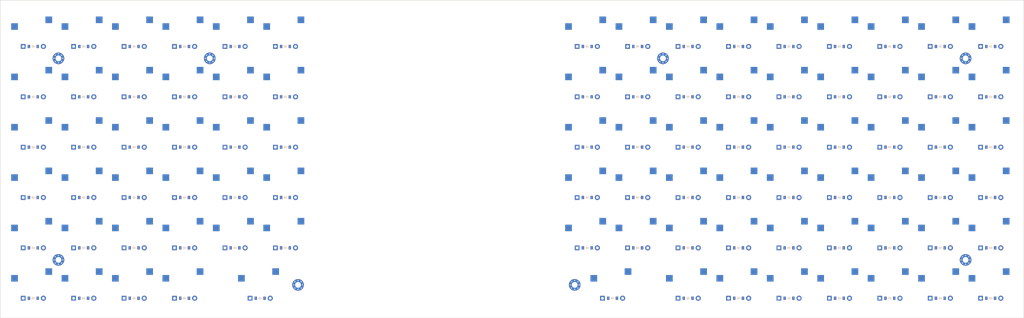
<source format=kicad_pcb>
(kicad_pcb (version 20240108) (generator "pcbnew") (generator_version "8.0")
  (title_block (title "keyboard") (rev "v1.0.0") (company "Unknown"))
  (layers (0 "F.Cu" signal) (31 "B.Cu" signal) (34 "B.Paste" user) (35 "F.Paste" user) (36 "B.SilkS" user "B.Silkscreen") (37 "F.SilkS" user "F.Silkscreen") (38 "B.Mask" user) (39 "F.Mask" user) (44 "Edge.Cuts" user))
  (net 0 "")
  (net 1 "pinky1_space")
  (net 2 "pinky1_bottom")
  (net 3 "pinky1_home")
  (net 4 "pinky1_top")
  (net 5 "pinky1_num")
  (net 6 "pinky1_func")
  (net 7 "ring1_space")
  (net 8 "ring1_bottom")
  (net 9 "ring1_home")
  (net 10 "ring1_top")
  (net 11 "ring1_num")
  (net 12 "ring1_func")
  (net 13 "middle1_space")
  (net 14 "middle1_bottom")
  (net 15 "middle1_home")
  (net 16 "middle1_top")
  (net 17 "middle1_num")
  (net 18 "middle1_func")
  (net 19 "index1_space")
  (net 20 "index1_bottom")
  (net 21 "index1_home")
  (net 22 "index1_top")
  (net 23 "index1_num")
  (net 24 "index1_func")
  (net 25 "inner1_bottom")
  (net 26 "inner1_home")
  (net 27 "inner1_top")
  (net 28 "inner1_num")
  (net 29 "inner1_func")
  (net 30 "thumb1_bottom")
  (net 31 "thumb1_home")
  (net 32 "thumb1_top")
  (net 33 "thumb1_num")
  (net 34 "thumb1_func")
  (net 35 "thumb2_bottom")
  (net 36 "thumb2_home")
  (net 37 "thumb2_top")
  (net 38 "thumb2_num")
  (net 39 "thumb2_func")
  (net 40 "inner2_bottom")
  (net 41 "inner2_home")
  (net 42 "inner2_top")
  (net 43 "inner2_num")
  (net 44 "inner2_func")
  (net 45 "index2_space")
  (net 46 "index2_bottom")
  (net 47 "index2_home")
  (net 48 "index2_top")
  (net 49 "index2_num")
  (net 50 "index2_func")
  (net 51 "middle2_space")
  (net 52 "middle2_bottom")
  (net 53 "middle2_home")
  (net 54 "middle2_top")
  (net 55 "middle2_num")
  (net 56 "middle2_func")
  (net 57 "ring2_space")
  (net 58 "ring2_bottom")
  (net 59 "ring2_home")
  (net 60 "ring2_top")
  (net 61 "ring2_num")
  (net 62 "ring2_func")
  (net 63 "pinky2_space")
  (net 64 "pinky2_bottom")
  (net 65 "pinky2_home")
  (net 66 "pinky2_top")
  (net 67 "pinky2_num")
  (net 68 "pinky2_func")
  (net 69 "col1_space")
  (net 70 "col1_bottom")
  (net 71 "col1_home")
  (net 72 "col1_top")
  (net 73 "col1_num")
  (net 74 "col1_func")
  (net 75 "col2_space")
  (net 76 "col2_bottom")
  (net 77 "col2_home")
  (net 78 "col2_top")
  (net 79 "col2_num")
  (net 80 "col2_func")
  (net 81 "col3_space")
  (net 82 "col3_bottom")
  (net 83 "col3_home")
  (net 84 "col3_top")
  (net 85 "col3_num")
  (net 86 "col3_func")
  (net 87 "space_default")
  (footprint "ComboDiode" (layer "F.Cu") (at 366.4 9.75)
    (property "Reference" "D56" (hide yes))
    (property "Value" "" (hide yes))
  )
  (footprint "MX" (layer "F.Cu") (at 442.6 61.9)
    (property "Reference" "S77" (hide yes))
    (property "Value" "" (hide yes))
  )
  (footprint "ComboDiode" (layer "F.Cu") (at 404.5 28.8)
    (property "Reference" "D67" (hide yes))
    (property "Value" "" (hide yes))
  )
  (footprint "ComboDiode" (layer "F.Cu") (at 385.45 85.95)
    (property "Reference" "D58" (hide yes))
    (property "Value" "" (hide yes))
  )
  (footprint "ComboDiode" (layer "F.Cu") (at 185.7 105)
    (property "Reference" "D87" (hide yes))
    (property "Value" "" (hide yes))
  )
  (footprint "ComboDiode" (layer "F.Cu") (at 442.6 85.95)
    (property "Reference" "D76" (hide yes))
    (property "Value" "" (hide yes))
  )
  (footprint "MX" (layer "F.Cu") (at 100 61.9)
    (property "Reference" "S3" (hide yes))
    (property "Value" "" (hide yes))
  )
  (footprint "MX" (layer "F.Cu") (at 366.4 100)
    (property "Reference" "S51" (hide yes))
    (property "Value" "" (hide yes))
  )
  (footprint "MX" (layer "F.Cu") (at 404.5 61.9)
    (property "Reference" "S65" (hide yes))
    (property "Value" "" (hide yes))
  )
  (footprint "MX" (layer "F.Cu") (at 423.55 42.85)
    (property "Reference" "S72" (hide yes))
    (property "Value" "" (hide yes))
  )
  (footprint "MX" (layer "F.Cu") (at 100 100)
    (property "Reference" "S1" (hide yes))
    (property "Value" "" (hide yes))
  )
  (footprint "MX" (layer "F.Cu") (at 309.25 80.95)
    (property "Reference" "S35" (hide yes))
    (property "Value" "" (hide yes))
  )
  (footprint "MX" (layer "F.Cu") (at 366.4 23.8)
    (property "Reference" "S55" (hide yes))
    (property "Value" "" (hide yes))
  )
  (footprint "MX" (layer "F.Cu") (at 176.2 61.9)
    (property "Reference" "S26" (hide yes))
    (property "Value" "" (hide yes))
  )
  (footprint "MX" (layer "F.Cu") (at 318.8 100)
    (property "Reference" "S88" (hide yes))
    (property "Value" "" (hide yes))
  )
  (footprint "ComboDiode" (layer "F.Cu") (at 195.25 85.95)
    (property "Reference" "D30" (hide yes))
    (property "Value" "" (hide yes))
  )
  (footprint "MX" (layer "F.Cu") (at 461.65 23.8)
    (property "Reference" "S85" (hide yes))
    (property "Value" "" (hide yes))
  )
  (footprint "MX" (layer "F.Cu") (at 328.3 4.75)
    (property "Reference" "S44" (hide yes))
    (property "Value" "" (hide yes))
  )
  (footprint "ComboDiode" (layer "F.Cu") (at 138.1 105)
    (property "Reference" "D13" (hide yes))
    (property "Value" "" (hide yes))
  )
  (footprint "ComboDiode" (layer "F.Cu") (at 176.2 28.8)
    (property "Reference" "D28" (hide yes))
    (property "Value" "" (hide yes))
  )
  (footprint "ComboDiode" (layer "F.Cu") (at 119.05 9.75)
    (property "Reference" "D12" (hide yes))
    (property "Value" "" (hide yes))
  )
  (footprint "MX" (layer "F.Cu") (at 385.45 100)
    (property "Reference" "S57" (hide yes))
    (property "Value" "" (hide yes))
  )
  (footprint "ComboDiode" (layer "F.Cu") (at 442.6 105)
    (property "Reference" "D75" (hide yes))
    (property "Value" "" (hide yes))
  )
  (footprint "MX" (layer "F.Cu") (at 195.25 4.75)
    (property "Reference" "S34" (hide yes))
    (property "Value" "" (hide yes))
  )
  (footprint "MX" (layer "F.Cu") (at 119.05 4.75)
    (property "Reference" "S12" (hide yes))
    (property "Value" "" (hide yes))
  )
  (footprint "ComboDiode" (layer "F.Cu") (at 404.5 105)
    (property "Reference" "D63" (hide yes))
    (property "Value" "" (hide yes))
  )
  (footprint "ComboDiode" (layer "F.Cu") (at 366.4 66.9)
    (property "Reference" "D53" (hide yes))
    (property "Value" "" (hide yes))
  )
  (footprint "ComboDiode" (layer "F.Cu") (at 157.15 66.9)
    (property "Reference" "D21" (hide yes))
    (property "Value" "" (hide yes))
  )
  (footprint "MX" (layer "F.Cu") (at 176.2 42.85)
    (property "Reference" "S27" (hide yes))
    (property "Value" "" (hide yes))
  )
  (footprint "MX" (layer "F.Cu") (at 176.2 4.75)
    (property "Reference" "S29" (hide yes))
    (property "Value" "" (hide yes))
  )
  (footprint "MX" (layer "F.Cu") (at 138.1 4.75)
    (property "Reference" "S18" (hide yes))
    (property "Value" "" (hide yes))
  )
  (footprint "MX" (layer "F.Cu") (at 119.05 100)
    (property "Reference" "S7" (hide yes))
    (property "Value" "" (hide yes))
  )
  (footprint "ComboDiode" (layer "F.Cu") (at 138.1 28.8)
    (property "Reference" "D17" (hide yes))
    (property "Value" "" (hide yes))
  )
  (footprint "MX" (layer "F.Cu") (at 404.5 80.95)
    (property "Reference" "S64" (hide yes))
    (property "Value" "" (hide yes))
  )
  (footprint "ComboDiode" (layer "F.Cu") (at 442.6 66.9)
    (property "Reference" "D77" (hide yes))
    (property "Value" "" (hide yes))
  )
  (footprint "MX" (layer "F.Cu") (at 185.7 100)
    (property "Reference" "S87" (hide yes))
    (property "Value" "" (hide yes))
  )
  (footprint "MX" (layer "F.Cu") (at 442.6 42.85)
    (property "Reference" "S78" (hide yes))
    (property "Value" "" (hide yes))
  )
  (footprint "ComboDiode" (layer "F.Cu") (at 347.35 47.85)
    (property "Reference" "D48" (hide yes))
    (property "Value" "" (hide yes))
  )
  (footprint "ComboDiode" (layer "F.Cu") (at 309.25 47.85)
    (property "Reference" "D37" (hide yes))
    (property "Value" "" (hide yes))
  )
  (footprint "ComboDiode" (layer "F.Cu") (at 119.05 105)
    (property "Reference" "D7" (hide yes))
    (property "Value" "" (hide yes))
  )
  (footprint "MX" (layer "F.Cu") (at 423.55 4.75)
    (property "Reference" "S74" (hide yes))
    (property "Value" "" (hide yes))
  )
  (footprint "ComboDiode" (layer "F.Cu") (at 157.15 47.85)
    (property "Reference" "D22" (hide yes))
    (property "Value" "" (hide yes))
  )
  (footprint "ComboDiode" (layer "F.Cu") (at 100 105)
    (property "Reference" "D1" (hide yes))
    (property "Value" "" (hide yes))
  )
  (footprint "MX" (layer "F.Cu") (at 366.4 42.85)
    (property "Reference" "S54" (hide yes))
    (property "Value" "" (hide yes))
  )
  (footprint "MX" (layer "F.Cu") (at 119.05 61.9)
    (property "Reference" "S9" (hide yes))
    (property "Value" "" (hide yes))
  )
  (footprint "ComboDiode" (layer "F.Cu") (at 100 47.85)
    (property "Reference" "D4" (hide yes))
    (property "Value" "" (hide yes))
  )
  (footprint "MX" (layer "F.Cu") (at 366.4 80.95)
    (property "Reference" "S52" (hide yes))
    (property "Value" "" (hide yes))
  )
  (footprint "MX" (layer "F.Cu") (at 157.15 80.95)
    (property "Reference" "S20" (hide yes))
    (property "Value" "" (hide yes))
  )
  (footprint "ComboDiode" (layer "F.Cu") (at 328.3 47.85)
    (property "Reference" "D42" (hide yes))
    (property "Value" "" (hide yes))
  )
  (footprint "MX" (layer "F.Cu") (at 100 23.8)
    (property "Reference" "S5" (hide yes))
    (property "Value" "" (hide yes))
  )
  (footprint "ComboDiode" (layer "F.Cu") (at 423.55 85.95)
    (property "Reference" "D70" (hide yes))
    (property "Value" "" (hide yes))
  )
  (footprint "ComboDiode" (layer "F.Cu") (at 100 28.8)
    (property "Reference" "D5" (hide yes))
    (property "Value" "" (hide yes))
  )
  (footprint "ComboDiode" (layer "F.Cu") (at 385.45 28.8)
    (property "Reference" "D61" (hide yes))
    (property "Value" "" (hide yes))
  )
  (footprint "ComboDiode" (layer "F.Cu") (at 442.6 9.75)
    (property "Reference" "D80" (hide yes))
    (property "Value" "" (hide yes))
  )
  (footprint "ComboDiode" (layer "F.Cu") (at 404.5 66.9)
    (property "Reference" "D65" (hide yes))
    (property "Value" "" (hide yes))
  )
  (footprint "MountingHole_2.2mm_M2_Pad_Via" (layer "F.Cu") (at 109.5 14.25)
    (property "Reference" "_1" (hide yes))
    (property "Value" "")
  )
  (footprint "MX" (layer "F.Cu") (at 138.1 61.9)
    (property "Reference" "S15" (hide yes))
    (property "Value" "" (hide yes))
  )
  (footprint "MountingHole_2.2mm_M2_Pad_Via" (layer "F.Cu") (at 304.5 99.95)
    (property "Reference" "_8" (hide yes))
    (property "Value" "")
  )
  (footprint "MX" (layer "F.Cu") (at 328.3 80.95)
    (property "Reference" "S40" (hide yes))
    (property "Value" "" (hide yes))
  )
  (footprint "MX" (layer "F.Cu") (at 138.1 23.8)
    (property "Reference" "S17" (hide yes))
    (property "Value" "" (hide yes))
  )
  (footprint "MX" (layer "F.Cu") (at 423.55 80.95)
    (property "Reference" "S70" (hide yes))
    (property "Value" "" (hide yes))
  )
  (footprint "ComboDiode" (layer "F.Cu") (at 176.2 9.75)
    (property "Reference" "D29" (hide yes))
    (property "Value" "" (hide yes))
  )
  (footprint "MX" (layer "F.Cu") (at 328.3 61.9)
    (property "Reference" "S41" (hide yes))
    (property "Value" "" (hide yes))
  )
  (footprint "MX" (layer "F.Cu") (at 366.4 61.9)
    (property "Reference" "S53" (hide yes))
    (property "Value" "" (hide yes))
  )
  (footprint "ComboDiode" (layer "F.Cu") (at 119.05 85.95)
    (property "Reference" "D8" (hide yes))
    (property "Value" "" (hide yes))
  )
  (footprint "MX" (layer "F.Cu") (at 157.15 42.85)
    (property "Reference" "S22" (hide yes))
    (property "Value" "" (hide yes))
  )
  (footprint "ComboDiode" (layer "F.Cu") (at 119.05 47.85)
    (property "Reference" "D10" (hide yes))
    (property "Value" "" (hide yes))
  )
  (footprint "ComboDiode" (layer "F.Cu") (at 404.5 47.85)
    (property "Reference" "D66" (hide yes))
    (property "Value" "" (hide yes))
  )
  (footprint "ComboDiode" (layer "F.Cu") (at 347.35 28.8)
    (property "Reference" "D49" (hide yes))
    (property "Value" "" (hide yes))
  )
  (footprint "ComboDiode" (layer "F.Cu") (at 423.55 66.9)
    (property "Reference" "D71" (hide yes))
    (property "Value" "" (hide yes))
  )
  (footprint "MX" (layer "F.Cu") (at 442.6 100)
    (property "Reference" "S75" (hide yes))
    (property "Value" "" (hide yes))
  )
  (footprint "MX" (layer "F.Cu") (at 461.65 100)
    (property "Reference" "S81" (hide yes))
    (property "Value" "" (hide yes))
  )
  (footprint "MX" (layer "F.Cu") (at 309.25 23.8)
    (property "Reference" "S38" (hide yes))
    (property "Value" "" (hide yes))
  )
  (footprint "MX" (layer "F.Cu") (at 347.35 23.8)
    (property "Reference" "S49" (hide yes))
    (property "Value" "" (hide yes))
  )
  (footprint "MX" (layer "F.Cu") (at 347.35 80.95)
    (property "Reference" "S46" (hide yes))
    (property "Value" "" (hide yes))
  )
  (footprint "MountingHole_2.2mm_M2_Pad_Via" (layer "F.Cu") (at 452.15 90.5)
    (property "Reference" "_4" (hide yes))
    (property "Value" "")
  )
  (footprint "ComboDiode" (layer "F.Cu") (at 461.65 47.85)
    (property "Reference" "D84" (hide yes))
    (property "Value" "" (hide yes))
  )
  (footprint "ComboDiode" (layer "F.Cu") (at 385.45 105)
    (property "Reference" "D57" (hide yes))
    (property "Value" "" (hide yes))
  )
  (footprint "ComboDiode" (layer "F.Cu") (at 423.55 47.85)
    (property "Reference" "D72" (hide yes))
    (property "Value" "" (hide yes))
  )
  (footprint "ComboDiode" (layer "F.Cu") (at 100 9.75)
    (property "Reference" "D6" (hide yes))
    (property "Value" "" (hide yes))
  )
  (footprint "MX" (layer "F.Cu") (at 385.45 61.9)
    (property "Reference" "S59" (hide yes))
    (property "Value" "" (hide yes))
  )
  (footprint "MX" (layer "F.Cu") (at 347.35 42.85)
    (property "Reference" "S48" (hide yes))
    (property "Value" "" (hide yes))
  )
  (footprint "MX" (layer "F.Cu") (at 404.5 23.8)
    (property "Reference" "S67" (hide yes))
    (property "Value" "" (hide yes))
  )
  (footprint "ComboDiode" (layer "F.Cu") (at 366.4 28.8)
    (property "Reference" "D55" (hide yes))
    (property "Value" "" (hide yes))
  )
  (footprint "MX" (layer "F.Cu") (at 195.25 80.95)
    (property "Reference" "S30" (hide yes))
    (property "Value" "" (hide yes))
  )
  (footprint "MX" (layer "F.Cu") (at 461.65 42.85)
    (property "Reference" "S84" (hide yes))
    (property "Value" "" (hide yes))
  )
  (footprint "ComboDiode" (layer "F.Cu") (at 328.3 66.9)
    (property "Reference" "D41" (hide yes))
    (property "Value" "" (hide yes))
  )
  (footprint "MX" (layer "F.Cu") (at 442.6 80.95)
    (property "Reference" "S76" (hide yes))
    (property "Value" "" (hide yes))
  )
  (footprint "ComboDiode" (layer "F.Cu") (at 138.1 66.9)
    (property "Reference" "D15" (hide yes))
    (property "Value" "" (hide yes))
  )
  (footprint "ComboDiode" (layer "F.Cu") (at 119.05 66.9)
    (property "Reference" "D9" (hide yes))
    (property "Value" "" (hide yes))
  )
  (footprint "ComboDiode" (layer "F.Cu") (at 138.1 85.95)
    (property "Reference" "D14" (hide yes))
    (property "Value" "" (hide yes))
  )
  (footprint "MX" (layer "F.Cu") (at 423.55 100)
    (property "Reference" "S69" (hide yes))
    (property "Value" "" (hide yes))
  )
  (footprint "MX" (layer "F.Cu") (at 309.25 61.9)
    (property "Reference" "S36" (hide yes))
    (property "Value" "" (hide yes))
  )
  (footprint "ComboDiode" (layer "F.Cu") (at 195.25 28.8)
    (property "Reference" "D33" (hide yes))
    (property "Value" "" (hide yes))
  )
  (footprint "MX" (layer "F.Cu") (at 423.55 23.8)
    (property "Reference" "S73" (hide yes))
    (property "Value" "" (hide yes))
  )
  (footprint "MX" (layer "F.Cu") (at 309.25 4.75)
    (property "Reference" "S39" (hide yes))
    (property "Value" "" (hide yes))
  )
  (footprint "MX" (layer "F.Cu") (at 442.6 4.75)
    (property "Reference" "S80" (hide yes))
    (property "Value" "" (hide yes))
  )
  (footprint "ComboDiode" (layer "F.Cu") (at 404.5 9.75)
    (property "Reference" "D68" (hide yes))
    (property "Value" "" (hide yes))
  )
  (footprint "ComboDiode" (layer "F.Cu") (at 176.2 66.9)
    (property "Reference" "D26" (hide yes))
    (property "Value" "" (hide yes))
  )
  (footprint "MountingHole_2.2mm_M2_Pad_Via" (layer "F.Cu") (at 337.85 14.25)
    (property "Reference" "_6" (hide yes))
    (property "Value" "")
  )
  (footprint "MX" (layer "F.Cu") (at 423.55 61.9)
    (property "Reference" "S71" (hide yes))
    (property "Value" "" (hide yes))
  )
  (footprint "ComboDiode" (layer "F.Cu") (at 347.35 9.75)
    (property "Reference" "D50" (hide yes))
    (property "Value" "" (hide yes))
  )
  (footprint "MX" (layer "F.Cu") (at 195.25 61.9)
    (property "Reference" "S31" (hide yes))
    (property "Value" "" (hide yes))
  )
  (footprint "ComboDiode" (layer "F.Cu") (at 318.8 105)
    (property "Reference" "D88" (hide yes))
    (property "Value" "" (hide yes))
  )
  (footprint "ComboDiode" (layer "F.Cu") (at 347.35 66.9)
    (property "Reference" "D47" (hide yes))
    (property "Value" "" (hide yes))
  )
  (footprint "MX" (layer "F.Cu") (at 404.5 4.75)
    (property "Reference" "S68" (hide yes))
    (property "Value" "" (hide yes))
  )
  (footprint "MX" (layer "F.Cu") (at 157.15 100)
    (property "Reference" "S19" (hide yes))
    (property "Value" "" (hide yes))
  )
  (footprint "ComboDiode" (layer "F.Cu") (at 461.65 28.8)
    (property "Reference" "D85" (hide yes))
    (property "Value" "" (hide yes))
  )
  (footprint "MX" (layer "F.Cu") (at 100 4.75)
    (property "Reference" "S6" (hide yes))
    (property "Value" "" (hide yes))
  )
  (footprint "MX" (layer "F.Cu") (at 157.15 61.9)
    (property "Reference" "S21" (hide yes))
    (property "Value" "" (hide yes))
  )
  (footprint "MountingHole_2.2mm_M2_Pad_Via" (layer "F.Cu") (at 109.5 90.5)
    (property "Reference" "_3" (hide yes))
    (property "Value" "")
  )
  (footprint "MountingHole_2.2mm_M2_Pad_Via" (layer "F.Cu") (at 200 99.95)
    (property "Reference" "_7" (hide yes))
    (property "Value" "")
  )
  (footprint "ComboDiode" (layer "F.Cu") (at 138.1 47.85)
    (property "Reference" "D16" (hide yes))
    (property "Value" "" (hide yes))
  )
  (footprint "ComboDiode" (layer "F.Cu") (at 100 66.9)
    (property "Reference" "D3" (hide yes))
    (property "Value" "" (hide yes))
  )
  (footprint "ComboDiode" (layer "F.Cu") (at 309.25 66.9)
    (property "Reference" "D36" (hide yes))
    (property "Value" "" (hide yes))
  )
  (footprint "ComboDiode" (layer "F.Cu") (at 461.65 66.9)
    (property "Reference" "D83" (hide yes))
    (property "Value" "" (hide yes))
  )
  (footprint "ComboDiode" (layer "F.Cu") (at 138.1 9.75)
    (property "Reference" "D18" (hide yes))
    (property "Value" "" (hide yes))
  )
  (footprint "ComboDiode" (layer "F.Cu") (at 366.4 105)
    (property "Reference" "D51" (hide yes))
    (property "Value" "" (hide yes))
  )
  (footprint "ComboDiode" (layer "F.Cu") (at 157.15 28.8)
    (property "Reference" "D23" (hide yes))
    (property "Value" "" (hide yes))
  )
  (footprint "ComboDiode" (layer "F.Cu") (at 347.35 85.95)
    (property "Reference" "D46" (hide yes))
    (property "Value" "" (hide yes))
  )
  (footprint "MX" (layer "F.Cu") (at 385.45 80.95)
    (property "Reference" "S58" (hide yes))
    (property "Value" "" (hide yes))
  )
  (footprint "MX" (layer "F.Cu") (at 195.25 42.85)
    (property "Reference" "S32" (hide yes))
    (property "Value" "" (hide yes))
  )
  (footprint "ComboDiode" (layer "F.Cu") (at 442.6 47.85)
    (property "Reference" "D78" (hide yes))
    (property "Value" "" (hide yes))
  )
  (footprint "MX" (layer "F.Cu") (at 157.15 23.8)
    (property "Reference" "S23" (hide yes))
    (property "Value" "" (hide yes))
  )
  (footprint "MX" (layer "F.Cu") (at 157.15 4.75)
    (property "Reference" "S24" (hide yes))
    (property "Value" "" (hide yes))
  )
  (footprint "ComboDiode" (layer "F.Cu") (at 328.3 85.95)
    (property "Reference" "D40" (hide yes))
    (property "Value" "" (hide yes))
  )
  (footprint "ComboDiode" (layer "F.Cu") (at 157.15 105)
    (property "Reference" "D19" (hide yes))
    (property "Value" "" (hide yes))
  )
  (footprint "ComboDiode" (layer "F.Cu") (at 309.25 28.8)
    (property "Reference" "D38" (hide yes))
    (property "Value" "" (hide yes))
  )
  (footprint "MX" (layer "F.Cu") (at 461.65 4.75)
    (property "Reference" "S86" (hide yes))
    (property "Value" "" (hide yes))
  )
  (footprint "MX" (layer "F.Cu") (at 195.25 23.8)
    (property "Reference" "S33" (hide yes))
    (property "Value" "" (hide yes))
  )
  (footprint "ComboDiode" (layer "F.Cu") (at 195.25 47.85)
    (property "Reference" "D32" (hide yes))
    (property "Value" "" (hide yes))
  )
  (footprint "ComboDiode" (layer "F.Cu") (at 423.55 9.75)
    (property "Reference" "D74" (hide yes))
    (property "Value" "" (hide yes))
  )
  (footprint "ComboDiode" (layer "F.Cu") (at 385.45 47.85)
    (property "Reference" "D60" (hide yes))
    (property "Value" "" (hide yes))
  )
  (footprint "MX" (layer "F.Cu") (at 119.05 23.8)
    (property "Reference" "S11" (hide yes))
    (property "Value" "" (hide yes))
  )
  (footprint "MX" (layer "F.Cu") (at 385.45 23.8)
    (property "Reference" "S61" (hide yes))
    (property "Value" "" (hide yes))
  )
  (footprint "ComboDiode" (layer "F.Cu") (at 119.05 28.8)
    (property "Reference" "D11" (hide yes))
    (property "Value" "" (hide yes))
  )
  (footprint "ComboDiode" (layer "F.Cu") (at 461.65 105)
    (property "Reference" "D81" (hide yes))
    (property "Value" "" (hide yes))
  )
  (footprint "ComboDiode" (layer "F.Cu") (at 423.55 28.8)
    (property "Reference" "D73" (hide yes))
    (property "Value" "" (hide yes))
  )
  (footprint "ComboDiode" (layer "F.Cu") (at 347.35 105)
    (property "Reference" "D45" (hide yes))
    (property "Value" "" (hide yes))
  )
  (footprint "ComboDiode" (layer "F.Cu") (at 461.65 85.95)
    (property "Reference" "D82" (hide yes))
    (property "Value" "" (hide yes))
  )
  (footprint "MX" (layer "F.Cu") (at 100 42.85)
    (property "Reference" "S4" (hide yes))
    (property "Value" "" (hide yes))
  )
  (footprint "MX" (layer "F.Cu") (at 176.2 80.95)
    (property "Reference" "S25" (hide yes))
    (property "Value" "" (hide yes))
  )
  (footprint "MX" (layer "F.Cu") (at 347.35 100)
    (property "Reference" "S45" (hide yes))
    (property "Value" "" (hide yes))
  )
  (footprint "MX" (layer "F.Cu") (at 385.45 42.85)
    (property "Reference" "S60" (hide yes))
    (property "Value" "" (hide yes))
  )
  (footprint "ComboDiode" (layer "F.Cu") (at 100 85.95)
    (property "Reference" "D2" (hide yes))
    (property "Value" "" (hide yes))
  )
  (footprint "MX" (layer "F.Cu") (at 328.3 42.85)
    (property "Reference" "S42" (hide yes))
    (property "Value" "" (hide yes))
  )
  (footprint "ComboDiode" (layer "F.Cu") (at 309.25 85.95)
    (property "Reference" "D35" (hide yes))
    (property "Value" "" (hide yes))
  )
  (footprint "MX" (layer "F.Cu") (at 119.05 80.95)
    (property "Reference" "S8" (hide yes))
    (property "Value" "" (hide yes))
  )
  (footprint "MX" (layer "F.Cu") (at 100 80.95)
    (property "Reference" "S2" (hide yes))
    (property "Value" "" (hide yes))
  )
  (footprint "ComboDiode" (layer "F.Cu") (at 461.65 9.75)
    (property "Reference" "D86" (hide yes))
    (property "Value" "" (hide yes))
  )
  (footprint "MX" (layer "F.Cu") (at 385.45 4.75)
    (property "Reference" "S62" (hide yes))
    (property "Value" "" (hide yes))
  )
  (footprint "ComboDiode" (layer "F.Cu") (at 328.3 28.8)
    (property "Reference" "D43" (hide yes))
    (property "Value" "" (hide yes))
  )
  (footprint "ComboDiode" (layer "F.Cu") (at 176.2 47.85)
    (property "Reference" "D27" (hide yes))
    (property "Value" "" (hide yes))
  )
  (footprint "ComboDiode" (layer "F.Cu") (at 195.25 66.9)
    (property "Reference" "D31" (hide yes))
    (property "Value" "" (hide yes))
  )
  (footprint "ComboDiode" (layer "F.Cu") (at 157.15 85.95)
    (property "Reference" "D20" (hide yes))
    (property "Value" "" (hide yes))
  )
  (footprint "MX" (layer "F.Cu") (at 404.5 42.85)
    (property "Reference" "S66" (hide yes))
    (property "Value" "" (hide yes))
  )
  (footprint "MX" (layer "F.Cu") (at 461.65 80.95)
    (property "Reference" "S82" (hide yes))
    (property "Value" "" (hide yes))
  )
  (footprint "MX" (layer "F.Cu") (at 309.25 42.85)
    (property "Reference" "S37" (hide yes))
    (property "Value" "" (hide yes))
  )
  (footprint "MX" (layer "F.Cu") (at 404.5 100)
    (property "Reference" "S63" (hide yes))
    (property "Value" "" (hide yes))
  )
  (footprint "MX" (layer "F.Cu") (at 366.4 4.75)
    (property "Reference" "S56" (hide yes))
    (property "Value" "" (hide yes))
  )
  (footprint "MX" (layer "F.Cu") (at 119.05 42.85)
    (property "Reference" "S10" (hide yes))
    (property "Value" "" (hide yes))
  )
  (footprint "ComboDiode" (layer "F.Cu") (at 328.3 9.75)
    (property "Reference" "D44" (hide yes))
    (property "Value" "" (hide yes))
  )
  (footprint "MX" (layer "F.Cu") (at 442.6 23.8)
    (property "Reference" "S79" (hide yes))
    (property "Value" "" (hide yes))
  )
  (footprint "MX" (layer "F.Cu") (at 328.3 23.8)
    (property "Reference" "S43" (hide yes))
    (property "Value" "" (hide yes))
  )
  (footprint "MX" (layer "F.Cu") (at 176.2 23.8)
    (property "Reference" "S28" (hide yes))
    (property "Value" "" (hide yes))
  )
  (footprint "ComboDiode" (layer "F.Cu") (at 195.25 9.75)
    (property "Reference" "D34" (hide yes))
    (property "Value" "" (hide yes))
  )
  (footprint "MX" (layer "F.Cu") (at 138.1 42.85)
    (property "Reference" "S16" (hide yes))
    (property "Value" "" (hide yes))
  )
  (footprint "ComboDiode" (layer "F.Cu") (at 366.4 85.95)
    (property "Reference" "D52" (hide yes))
    (property "Value" "" (hide yes))
  )
  (footprint "ComboDiode" (layer "F.Cu") (at 157.15 9.75)
    (property "Reference" "D24" (hide yes))
    (property "Value" "" (hide yes))
  )
  (footprint "MountingHole_2.2mm_M2_Pad_Via" (layer "F.Cu") (at 452.15 14.25)
    (property "Reference" "_2" (hide yes))
    (property "Value" "")
  )
  (footprint "MX" (layer "F.Cu") (at 347.35 4.75)
    (property "Reference" "S50" (hide yes))
    (property "Value" "" (hide yes))
  )
  (footprint "ComboDiode" (layer "F.Cu") (at 309.25 9.75)
    (property "Reference" "D39" (hide yes))
    (property "Value" "" (hide yes))
  )
  (footprint "ComboDiode" (layer "F.Cu") (at 176.2 85.95)
    (property "Reference" "D25" (hide yes))
    (property "Value" "" (hide yes))
  )
  (footprint "MX" (layer "F.Cu") (at 138.1 100)
    (property "Reference" "S13" (hide yes))
    (property "Value" "" (hide yes))
  )
  (footprint "ComboDiode" (layer "F.Cu") (at 366.4 47.85)
    (property "Reference" "D54" (hide yes))
    (property "Value" "" (hide yes))
  )
  (footprint "ComboDiode" (layer "F.Cu") (at 442.6 28.8)
    (property "Reference" "D79" (hide yes))
    (property "Value" "" (hide yes))
  )
  (footprint "ComboDiode" (layer "F.Cu") (at 385.45 9.75)
    (property "Reference" "D62" (hide yes))
    (property "Value" "" (hide yes))
  )
  (footprint "MX" (layer "F.Cu") (at 138.1 80.95)
    (property "Reference" "S14" (hide yes))
    (property "Value" "" (hide yes))
  )
  (footprint "MX" (layer "F.Cu") (at 347.35 61.9)
    (property "Reference" "S47" (hide yes))
    (property "Value" "" (hide yes))
  )
  (footprint "MountingHole_2.2mm_M2_Pad_Via" (layer "F.Cu") (at 166.65 14.25)
    (property "Reference" "_5" (hide yes))
    (property "Value" "")
  )
  (footprint "ComboDiode" (layer "F.Cu") (at 423.55 105)
    (property "Reference" "D69" (hide yes))
    (property "Value" "" (hide yes))
  )
  (footprint "ComboDiode" (layer "F.Cu") (at 385.45 66.9)
    (property "Reference" "D59" (hide yes))
    (property "Value" "" (hide yes))
  )
  (footprint "ComboDiode" (layer "F.Cu") (at 404.5 85.95)
    (property "Reference" "D64" (hide yes))
    (property "Value" "" (hide yes))
  )
  (footprint "MX" (layer "F.Cu") (at 461.65 61.9)
    (property "Reference" "S83" (hide yes))
    (property "Value" "" (hide yes))
  )
  (gr_line (start 474.15 -7.75) (end 474.15 112.5) (stroke (width 0.15)) (layer "Edge.Cuts"))
  (gr_line (start 87.5 112.5) (end 87.5 -7.75) (stroke (width 0.15)) (layer "Edge.Cuts"))
  (gr_line (start 474.15 112.5) (end 87.5 112.5) (stroke (width 0.15)) (layer "Edge.Cuts"))
  (gr_line (start 87.5 -7.75) (end 474.15 -7.75) (stroke (width 0.15)) (layer "Edge.Cuts"))
)
</source>
